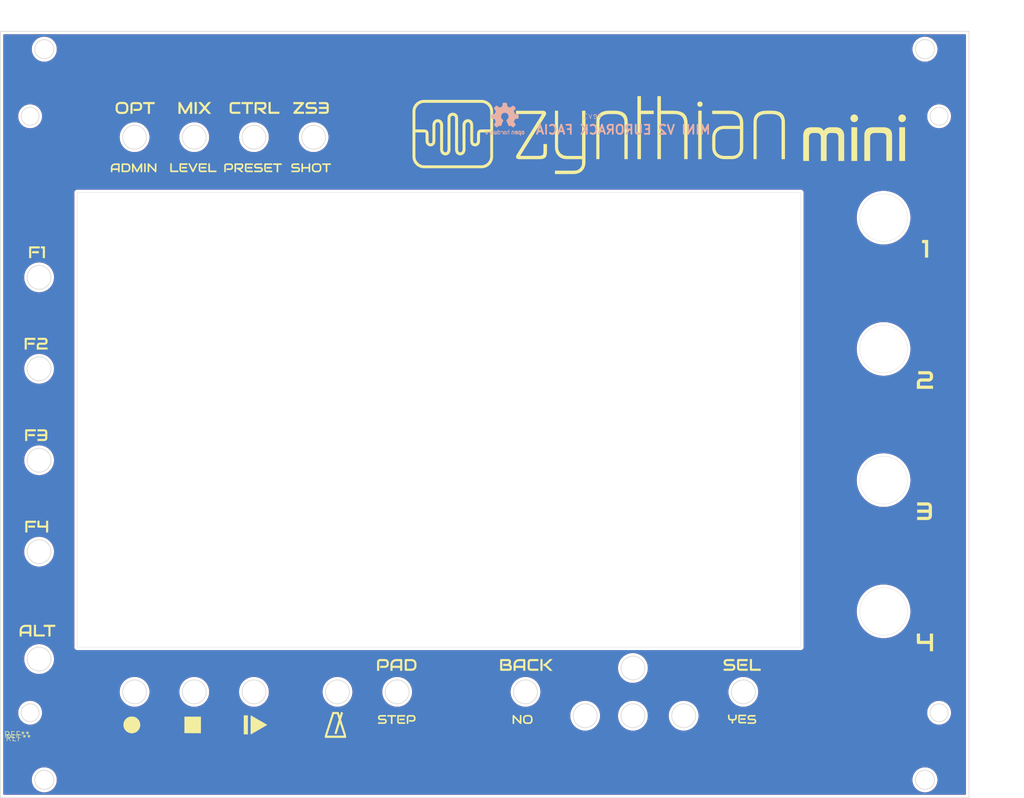
<source format=kicad_pcb>
(kicad_pcb (version 20240108) (generator "pcbnew") (generator_version "8.0")
  (title_block (title "zynthian mini v2 EURORACK") (date "2024-04-9") (rev "2.2"))
  (layers (0 "F.Cu" signal) (31 "B.Cu" signal) (34 "B.Paste" user) (35 "F.Paste" user) (36 "B.SilkS" user "B.Silkscreen") (37 "F.SilkS" user "F.Silkscreen") (38 "B.Mask" user) (39 "F.Mask" user) (44 "Edge.Cuts" user))
  (net 0 "")
  (footprint "project-library:zynrhian-mini-eurorack-slikscreen" (layer "F.Cu") (at 36.915435 149.565564)
    (property "Reference" "REF**" (at 0 -0.5 0) (layer "F.SilkS") (effects (font (thickness 0.1))))
    (property "Value" "zynrhian-mini-eurorack-slikscreen")
  )
  (footprint "project-library:zynrhian-mini-eurorack-slikscreen" (layer "F.Cu") (at 37.1693 150.1236)
    (property "Reference" "REF**" (at 0 -0.5 0) (layer "F.SilkS") (effects (font (thickness 0.1))))
    (property "Value" "zynrhian-mini-eurorack-slikscreen")
  )
  (footprint "Symbol:OSHW-Logo2_7.3x6mm_SilkScreen" (layer "B.Cu") (at 118.6693 45.8736 180)
    (property "Reference" "REF**" (hide yes))
    (property "Value" "OSHW-Logo2_7.3x6mm_SilkScreen" (hide yes))
  )
  (footprint "project-footprints:Zynthian Logo Mask" (layer "B.Cu") (at 144.534776 44.5736 180)
    (property "Reference" "logo1" (hide yes))
    (property "Value" "MINI V2 EURORACK FACIA " (at 6.615476 -3.05 0) (layer "B.SilkS") (effects (font (size 1.524 1.524) (thickness 0.3)) (justify mirror)))
  )
  (gr_circle (center 122.134776 141.8736) (end 120.134776 141.8736) (stroke (width 0.1)) (fill none) (layer "Edge.Cuts"))
  (gr_circle (center 182.134776 84.3736) (end 178.134776 84.3736) (stroke (width 0.05)) (fill none) (layer "Edge.Cuts"))
  (gr_circle (center 189.064776 34.1236) (end 187.464776 34.1236) (stroke (width 0.1)) (fill none) (layer "Edge.Cuts"))
  (gr_line (start 34.134776 159.6236) (end 34.134776 31.1236) (stroke (width 0.1)) (layer "Edge.Cuts"))
  (gr_circle (center 76.634776 48.8736) (end 74.634776 48.8736) (stroke (width 0.1)) (fill none) (layer "Edge.Cuts"))
  (gr_circle (center 56.634776 48.8736) (end 54.634776 48.8736) (stroke (width 0.1)) (fill none) (layer "Edge.Cuts"))
  (gr_circle (center 90.634776 141.8736) (end 88.634776 141.8736) (stroke (width 0.1)) (fill none) (layer "Edge.Cuts"))
  (gr_circle (center 148.634776 145.8736) (end 146.634776 145.8736) (stroke (width 0.1)) (fill none) (layer "Edge.Cuts"))
  (gr_circle (center 182.134776 62.3736) (end 178.134776 62.3736) (stroke (width 0.05)) (fill none) (layer "Edge.Cuts"))
  (gr_circle (center 39.134776 145.3736) (end 37.634776 145.3736) (stroke (width 0.1)) (fill none) (layer "Edge.Cuts"))
  (gr_circle (center 40.634776 136.3736) (end 38.634776 136.3736) (stroke (width 0.1)) (fill none) (layer "Edge.Cuts"))
  (gr_circle (center 56.634776 141.8736) (end 54.634776 141.8736) (stroke (width 0.1)) (fill none) (layer "Edge.Cuts"))
  (gr_circle (center 40.634776 103.0403) (end 38.634776 103.0403) (stroke (width 0.1)) (fill none) (layer "Edge.Cuts"))
  (gr_circle (center 100.634776 141.8736) (end 98.634776 141.8736) (stroke (width 0.1)) (fill none) (layer "Edge.Cuts"))
  (gr_circle (center 191.434776 45.3736) (end 189.934776 45.3736) (stroke (width 0.1)) (fill none) (layer "Edge.Cuts"))
  (gr_circle (center 66.634776 141.8736) (end 64.634776 141.8736) (stroke (width 0.1)) (fill none) (layer "Edge.Cuts"))
  (gr_circle (center 182.134776 106.3736) (end 178.134776 106.3736) (stroke (width 0.05)) (fill none) (layer "Edge.Cuts"))
  (gr_circle (center 41.504776 34.1236) (end 39.904776 34.1236) (stroke (width 0.1)) (fill none) (layer "Edge.Cuts"))
  (gr_circle (center 40.634776 72.3736) (end 38.634776 72.3736) (stroke (width 0.1)) (fill none) (layer "Edge.Cuts"))
  (gr_circle (center 66.634776 48.8736) (end 64.634776 48.8736) (stroke (width 0.1)) (fill none) (layer "Edge.Cuts"))
  (gr_circle (center 191.434776 145.3736) (end 189.934776 145.3736) (stroke (width 0.1)) (fill none) (layer "Edge.Cuts"))
  (gr_circle (center 41.504776 156.6236) (end 39.904776 156.6236) (stroke (width 0.1)) (fill none) (layer "Edge.Cuts"))
  (gr_circle (center 132.134776 145.8736) (end 130.134776 145.8736) (stroke (width 0.1)) (fill none) (layer "Edge.Cuts"))
  (gr_circle (center 76.634776 141.8736) (end 74.634776 141.8736) (stroke (width 0.1)) (fill none) (layer "Edge.Cuts"))
  (gr_line (start 196.434776 159.6236) (end 34.134776 159.6236) (stroke (width 0.1)) (layer "Edge.Cuts"))
  (gr_circle (center 189.064776 156.6236) (end 187.464776 156.6236) (stroke (width 0.1)) (fill none) (layer "Edge.Cuts"))
  (gr_circle (center 40.634776 87.7069) (end 38.634776 87.7069) (stroke (width 0.1)) (fill none) (layer "Edge.Cuts"))
  (gr_rect (start 47.034776 58.1736) (end 168.234776 134.3736) (stroke (width 0.05)) (fill none) (layer "Edge.Cuts"))
  (gr_circle (center 140.134776 145.8736) (end 138.134776 145.8736) (stroke (width 0.1)) (fill none) (layer "Edge.Cuts"))
  (gr_circle (center 182.134776 128.3736) (end 178.134776 128.3736) (stroke (width 0.05)) (fill none) (layer "Edge.Cuts"))
  (gr_circle (center 86.634776 48.8736) (end 84.634776 48.8736) (stroke (width 0.1)) (fill none) (layer "Edge.Cuts"))
  (gr_circle (center 40.634776 118.3736) (end 38.634776 118.3736) (stroke (width 0.1)) (fill none) (layer "Edge.Cuts"))
  (gr_circle (center 158.634776 141.8736) (end 156.634776 141.8736) (stroke (width 0.1)) (fill none) (layer "Edge.Cuts"))
  (gr_line (start 196.434776 31.1236) (end 196.434776 159.6236) (stroke (width 0.1)) (layer "Edge.Cuts"))
  (gr_circle (center 39.134776 45.3736) (end 37.634776 45.3736) (stroke (width 0.1)) (fill none) (layer "Edge.Cuts"))
  (gr_circle (center 140.134776 137.8736) (end 138.134776 137.8736) (stroke (width 0.1)) (fill none) (layer "Edge.Cuts"))
  (gr_line (start 34.134776 31.1236) (end 196.434776 31.1236) (stroke (width 0.1)) (layer "Edge.Cuts"))
  (gr_text "rev1" (at 134.9193 45.8736 -0) (layer "B.SilkS") (effects (font (size 1 1) (thickness 0.1)) (justify left bottom mirror)))
  (zone (net 0) (net_name "") (layers "F&B.Cu") (connect_pads (clearance 0.5)) (min_thickness 0.25) (fill yes (thermal_gap 0.5) (thermal_bridge_width 0.5) (island_removal_mode 1) (island_area_min 10))
    (polygon (pts (xy 196.384776 31.1236) (xy 34.134776 31.1236) (xy 34.134776 159.6236) (xy 196.384776 159.6236) (xy 196.384776 38.8736) (xy 196.384776 35.3736)))
  )
)
</source>
